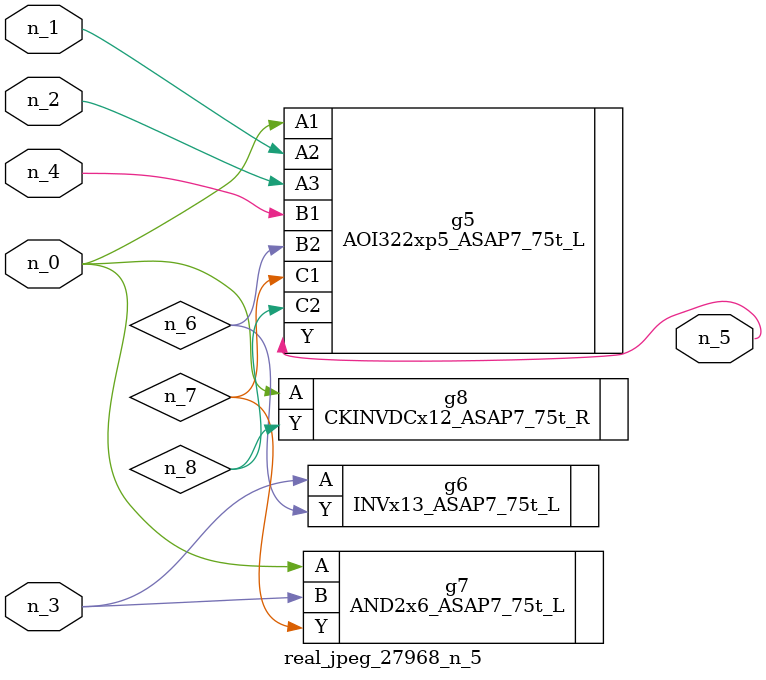
<source format=v>
module real_jpeg_27968_n_5 (n_4, n_0, n_1, n_2, n_3, n_5);

input n_4;
input n_0;
input n_1;
input n_2;
input n_3;

output n_5;

wire n_8;
wire n_6;
wire n_7;

AOI322xp5_ASAP7_75t_L g5 ( 
.A1(n_0),
.A2(n_1),
.A3(n_2),
.B1(n_4),
.B2(n_6),
.C1(n_7),
.C2(n_8),
.Y(n_5)
);

AND2x6_ASAP7_75t_L g7 ( 
.A(n_0),
.B(n_3),
.Y(n_7)
);

CKINVDCx12_ASAP7_75t_R g8 ( 
.A(n_0),
.Y(n_8)
);

INVx13_ASAP7_75t_L g6 ( 
.A(n_3),
.Y(n_6)
);


endmodule
</source>
